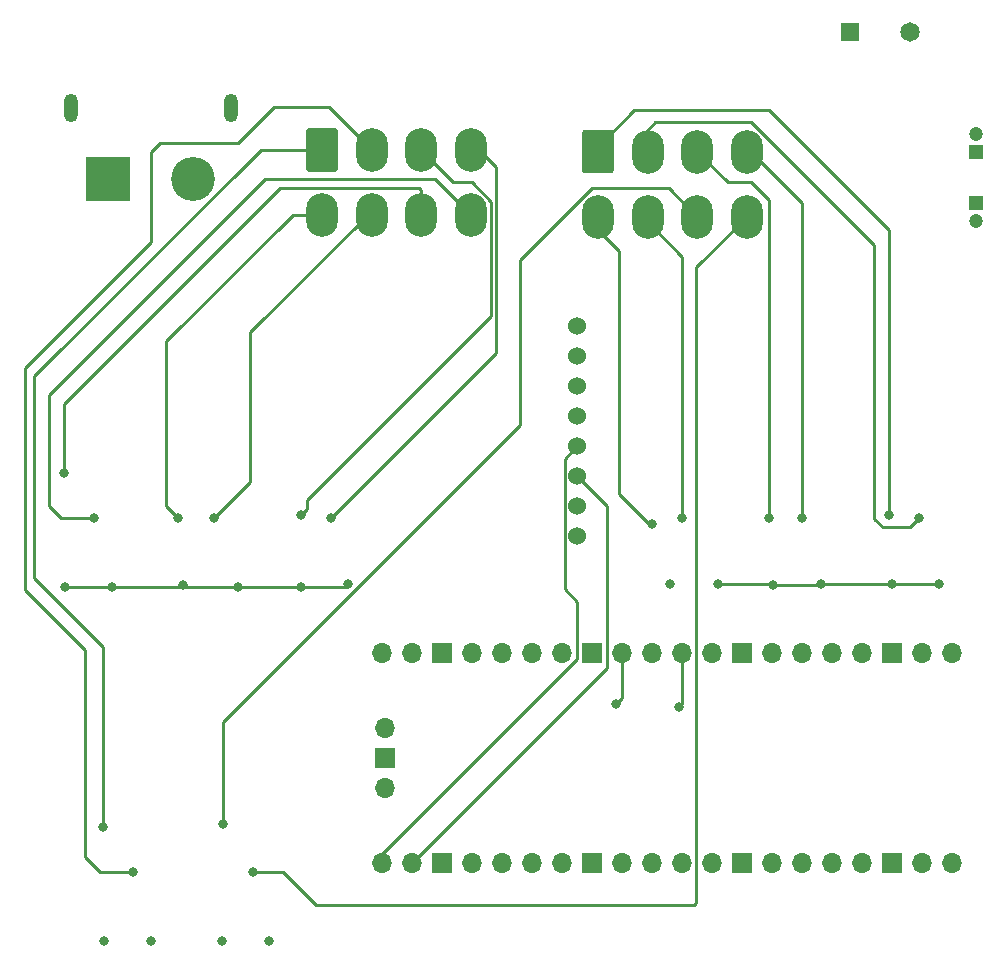
<source format=gbr>
%TF.GenerationSoftware,KiCad,Pcbnew,(5.1.10-1-10_14)*%
%TF.CreationDate,2021-10-18T16:54:11-04:00*%
%TF.ProjectId,ISAAC,49534141-432e-46b6-9963-61645f706362,rev?*%
%TF.SameCoordinates,Original*%
%TF.FileFunction,Copper,L2,Bot*%
%TF.FilePolarity,Positive*%
%FSLAX46Y46*%
G04 Gerber Fmt 4.6, Leading zero omitted, Abs format (unit mm)*
G04 Created by KiCad (PCBNEW (5.1.10-1-10_14)) date 2021-10-18 16:54:11*
%MOMM*%
%LPD*%
G01*
G04 APERTURE LIST*
%TA.AperFunction,ComponentPad*%
%ADD10C,1.200000*%
%TD*%
%TA.AperFunction,ComponentPad*%
%ADD11R,1.200000X1.200000*%
%TD*%
%TA.AperFunction,ComponentPad*%
%ADD12O,1.700000X1.700000*%
%TD*%
%TA.AperFunction,ComponentPad*%
%ADD13R,1.700000X1.700000*%
%TD*%
%TA.AperFunction,ComponentPad*%
%ADD14C,1.524000*%
%TD*%
%TA.AperFunction,ComponentPad*%
%ADD15O,1.200000X2.400000*%
%TD*%
%TA.AperFunction,ComponentPad*%
%ADD16C,3.716000*%
%TD*%
%TA.AperFunction,ComponentPad*%
%ADD17R,3.716000X3.716000*%
%TD*%
%TA.AperFunction,ComponentPad*%
%ADD18C,1.650000*%
%TD*%
%TA.AperFunction,ComponentPad*%
%ADD19R,1.650000X1.650000*%
%TD*%
%TA.AperFunction,ComponentPad*%
%ADD20O,2.700000X3.700000*%
%TD*%
%TA.AperFunction,ViaPad*%
%ADD21C,0.800000*%
%TD*%
%TA.AperFunction,Conductor*%
%ADD22C,0.250000*%
%TD*%
G04 APERTURE END LIST*
D10*
%TO.P,C2,2*%
%TO.N,GND*%
X155194000Y-58190000D03*
D11*
%TO.P,C2,1*%
%TO.N,VCC*%
X155194000Y-59690000D03*
%TD*%
D10*
%TO.P,C1,2*%
%TO.N,GND*%
X155194000Y-65508000D03*
D11*
%TO.P,C1,1*%
%TO.N,+3.3VA*%
X155194000Y-64008000D03*
%TD*%
D12*
%TO.P,e1,43*%
%TO.N,Net-(e1-Pad43)*%
X105132000Y-113538000D03*
D13*
%TO.P,e1,42*%
%TO.N,Net-(e1-Pad42)*%
X105132000Y-110998000D03*
D12*
%TO.P,e1,41*%
%TO.N,Net-(e1-Pad41)*%
X105132000Y-108458000D03*
%TO.P,e1,40*%
%TO.N,Net-(e1-Pad40)*%
X153162000Y-119888000D03*
%TO.P,e1,39*%
%TO.N,+3.3VA*%
X150622000Y-119888000D03*
D13*
%TO.P,e1,38*%
%TO.N,GND*%
X148082000Y-119888000D03*
D12*
%TO.P,e1,37*%
%TO.N,Net-(e1-Pad37)*%
X145542000Y-119888000D03*
%TO.P,e1,36*%
%TO.N,+3V3*%
X143002000Y-119888000D03*
%TO.P,e1,35*%
%TO.N,Net-(e1-Pad35)*%
X140462000Y-119888000D03*
%TO.P,e1,34*%
%TO.N,Net-(e1-Pad34)*%
X137922000Y-119888000D03*
D13*
%TO.P,e1,33*%
%TO.N,Net-(e1-Pad33)*%
X135382000Y-119888000D03*
D12*
%TO.P,e1,32*%
%TO.N,Net-(e1-Pad32)*%
X132842000Y-119888000D03*
%TO.P,e1,31*%
%TO.N,Net-(e1-Pad31)*%
X130302000Y-119888000D03*
%TO.P,e1,30*%
%TO.N,Net-(e1-Pad30)*%
X127762000Y-119888000D03*
%TO.P,e1,29*%
%TO.N,Net-(e1-Pad29)*%
X125222000Y-119888000D03*
D13*
%TO.P,e1,28*%
%TO.N,Net-(e1-Pad28)*%
X122682000Y-119888000D03*
D12*
%TO.P,e1,27*%
%TO.N,Net-(e1-Pad27)*%
X120142000Y-119888000D03*
%TO.P,e1,26*%
%TO.N,Net-(e1-Pad26)*%
X117602000Y-119888000D03*
%TO.P,e1,25*%
%TO.N,Net-(e1-Pad25)*%
X115062000Y-119888000D03*
%TO.P,e1,24*%
%TO.N,Net-(e1-Pad24)*%
X112522000Y-119888000D03*
D13*
%TO.P,e1,23*%
%TO.N,Net-(e1-Pad23)*%
X109982000Y-119888000D03*
D12*
%TO.P,e1,22*%
%TO.N,MPU_SCL*%
X107442000Y-119888000D03*
%TO.P,e1,21*%
%TO.N,MPU_SDA*%
X104902000Y-119888000D03*
%TO.P,e1,20*%
%TO.N,GATE16*%
X104902000Y-102108000D03*
%TO.P,e1,19*%
%TO.N,GATE15*%
X107442000Y-102108000D03*
D13*
%TO.P,e1,18*%
%TO.N,Net-(e1-Pad18)*%
X109982000Y-102108000D03*
D12*
%TO.P,e1,17*%
%TO.N,GATE14*%
X112522000Y-102108000D03*
%TO.P,e1,16*%
%TO.N,GATE13*%
X115062000Y-102108000D03*
%TO.P,e1,15*%
%TO.N,GATE12*%
X117602000Y-102108000D03*
%TO.P,e1,14*%
%TO.N,GATE11*%
X120142000Y-102108000D03*
D13*
%TO.P,e1,13*%
%TO.N,Net-(e1-Pad13)*%
X122682000Y-102108000D03*
D12*
%TO.P,e1,12*%
%TO.N,GATE10*%
X125222000Y-102108000D03*
%TO.P,e1,11*%
%TO.N,GATE9*%
X127762000Y-102108000D03*
%TO.P,e1,10*%
%TO.N,GATE8*%
X130302000Y-102108000D03*
%TO.P,e1,9*%
%TO.N,GATE7*%
X132842000Y-102108000D03*
D13*
%TO.P,e1,8*%
%TO.N,Net-(e1-Pad8)*%
X135382000Y-102108000D03*
D12*
%TO.P,e1,7*%
%TO.N,GATE6*%
X137922000Y-102108000D03*
%TO.P,e1,6*%
%TO.N,GATE5*%
X140462000Y-102108000D03*
%TO.P,e1,5*%
%TO.N,GATE4*%
X143002000Y-102108000D03*
%TO.P,e1,4*%
%TO.N,GATE3*%
X145542000Y-102108000D03*
D13*
%TO.P,e1,3*%
%TO.N,Net-(e1-Pad3)*%
X148082000Y-102108000D03*
D12*
%TO.P,e1,2*%
%TO.N,GATE2*%
X150622000Y-102108000D03*
%TO.P,e1,1*%
%TO.N,GATE1*%
X153162000Y-102108000D03*
%TD*%
D14*
%TO.P,U6,8*%
%TO.N,Net-(U6-Pad8)*%
X121412000Y-74422000D03*
%TO.P,U6,7*%
%TO.N,Net-(U6-Pad7)*%
X121412000Y-76962000D03*
%TO.P,U6,6*%
%TO.N,Net-(U6-Pad6)*%
X121412000Y-79502000D03*
%TO.P,U6,5*%
%TO.N,Net-(U6-Pad5)*%
X121412000Y-82042000D03*
%TO.P,U6,4*%
%TO.N,MPU_SDA*%
X121412000Y-84582000D03*
%TO.P,U6,3*%
%TO.N,MPU_SCL*%
X121412000Y-87122000D03*
%TO.P,U6,2*%
%TO.N,GND*%
X121412000Y-89662000D03*
%TO.P,U6,1*%
%TO.N,+3V3*%
X121412000Y-92202000D03*
%TD*%
D15*
%TO.P,J4,S2*%
%TO.N,N/C*%
X92043200Y-55981600D03*
%TO.P,J4,S1*%
X78543200Y-55981600D03*
D16*
%TO.P,J4,2*%
%TO.N,GND*%
X88893200Y-61981600D03*
D17*
%TO.P,J4,1*%
%TO.N,VCC*%
X81693200Y-61981600D03*
%TD*%
D18*
%TO.P,J3,2*%
%TO.N,VCC*%
X149606000Y-49530000D03*
D19*
%TO.P,J3,1*%
X144526000Y-49530000D03*
%TD*%
D20*
%TO.P,J2,8*%
%TO.N,SOL8*%
X135746600Y-65139200D03*
%TO.P,J2,7*%
%TO.N,SOL7*%
X131546600Y-65139200D03*
%TO.P,J2,6*%
%TO.N,SOL6*%
X127346600Y-65139200D03*
%TO.P,J2,5*%
%TO.N,SOL5*%
X123146600Y-65139200D03*
%TO.P,J2,4*%
%TO.N,SOL4*%
X135746600Y-59639200D03*
%TO.P,J2,3*%
%TO.N,SOL3*%
X131546600Y-59639200D03*
%TO.P,J2,2*%
%TO.N,SOL2*%
X127346600Y-59639200D03*
%TO.P,J2,1*%
%TO.N,SOL1*%
%TA.AperFunction,ComponentPad*%
G36*
G01*
X121796600Y-61239199D02*
X121796600Y-58039201D01*
G75*
G02*
X122046601Y-57789200I250001J0D01*
G01*
X124246599Y-57789200D01*
G75*
G02*
X124496600Y-58039201I0J-250001D01*
G01*
X124496600Y-61239199D01*
G75*
G02*
X124246599Y-61489200I-250001J0D01*
G01*
X122046601Y-61489200D01*
G75*
G02*
X121796600Y-61239199I0J250001D01*
G01*
G37*
%TD.AperFunction*%
%TD*%
%TO.P,J1,8*%
%TO.N,SOL16*%
X112378600Y-65012200D03*
%TO.P,J1,7*%
%TO.N,SOL15*%
X108178600Y-65012200D03*
%TO.P,J1,6*%
%TO.N,SOL14*%
X103978600Y-65012200D03*
%TO.P,J1,5*%
%TO.N,SOL13*%
X99778600Y-65012200D03*
%TO.P,J1,4*%
%TO.N,SOL12*%
X112378600Y-59512200D03*
%TO.P,J1,3*%
%TO.N,SOL11*%
X108178600Y-59512200D03*
%TO.P,J1,2*%
%TO.N,SOL10*%
X103978600Y-59512200D03*
%TO.P,J1,1*%
%TO.N,SOL9*%
%TA.AperFunction,ComponentPad*%
G36*
G01*
X98428600Y-61112199D02*
X98428600Y-57912201D01*
G75*
G02*
X98678601Y-57662200I250001J0D01*
G01*
X100878599Y-57662200D01*
G75*
G02*
X101128600Y-57912201I0J-250001D01*
G01*
X101128600Y-61112199D01*
G75*
G02*
X100878599Y-61362200I-250001J0D01*
G01*
X98678601Y-61362200D01*
G75*
G02*
X98428600Y-61112199I0J250001D01*
G01*
G37*
%TD.AperFunction*%
%TD*%
D21*
%TO.N,SOL16*%
X80518000Y-90678000D03*
%TO.N,SOL15*%
X77978000Y-86868000D03*
%TO.N,SOL14*%
X90678000Y-90678000D03*
%TO.N,SOL13*%
X87630000Y-90678000D03*
%TO.N,SOL12*%
X100584000Y-90678000D03*
%TO.N,SOL11*%
X98044000Y-90424000D03*
%TO.N,SOL10*%
X83820000Y-120650000D03*
%TO.N,SOL9*%
X81280000Y-116840000D03*
%TO.N,SOL8*%
X93980000Y-120650000D03*
%TO.N,SOL7*%
X91440000Y-116586000D03*
%TO.N,SOL6*%
X130302000Y-90678000D03*
%TO.N,SOL5*%
X127762000Y-91186000D03*
%TO.N,SOL4*%
X140462000Y-90678000D03*
%TO.N,SOL3*%
X137668000Y-90678000D03*
%TO.N,SOL1*%
X147828000Y-90424000D03*
%TO.N,GND*%
X152000000Y-96266000D03*
X148000000Y-96266000D03*
X142000000Y-96280000D03*
X138000000Y-96344000D03*
X133350000Y-96266000D03*
X129286000Y-96266000D03*
X98000000Y-96476000D03*
X102000000Y-96266000D03*
X92710000Y-96520000D03*
X82000000Y-96478000D03*
X78000000Y-96498000D03*
X95330000Y-126492000D03*
X91330000Y-126492000D03*
X85330000Y-126478000D03*
X81330000Y-126492000D03*
X88000000Y-96302990D03*
%TO.N,GATE8*%
X130048000Y-106680000D03*
%TO.N,GATE10*%
X124714000Y-106426000D03*
%TO.N,SOL2*%
X150368000Y-90678000D03*
%TD*%
D22*
%TO.N,SOL16*%
X112378600Y-65012200D02*
X109342400Y-61976000D01*
X109342400Y-61976000D02*
X94996000Y-61976000D01*
X94996000Y-61976000D02*
X76708000Y-80264000D01*
X76708000Y-80264000D02*
X76708000Y-89662000D01*
X76708000Y-89662000D02*
X77724000Y-90678000D01*
X77724000Y-90678000D02*
X80518000Y-90678000D01*
X80518000Y-90678000D02*
X80518000Y-90678000D01*
%TO.N,SOL15*%
X77978000Y-86868000D02*
X77978000Y-87122000D01*
X77978000Y-81026000D02*
X77978000Y-86868000D01*
X108004400Y-62738000D02*
X96266000Y-62738000D01*
X96266000Y-62738000D02*
X77978000Y-81026000D01*
X108178600Y-62912200D02*
X108004400Y-62738000D01*
X108178600Y-65012200D02*
X108178600Y-62912200D01*
%TO.N,SOL14*%
X93726000Y-87630000D02*
X90678000Y-90678000D01*
X93726000Y-74930000D02*
X93726000Y-87630000D01*
X103643800Y-65012200D02*
X93726000Y-74930000D01*
X103978600Y-65012200D02*
X103643800Y-65012200D01*
X90678000Y-90678000D02*
X90678000Y-90678000D01*
%TO.N,SOL13*%
X97293800Y-65012200D02*
X86614000Y-75692000D01*
X99778600Y-65012200D02*
X97293800Y-65012200D01*
X86614000Y-75692000D02*
X86614000Y-89662000D01*
X86614000Y-89662000D02*
X87630000Y-90678000D01*
X87630000Y-90678000D02*
X87630000Y-90678000D01*
%TO.N,SOL12*%
X100584000Y-90678000D02*
X100584000Y-90678000D01*
X114554000Y-76708000D02*
X100584000Y-90678000D01*
X113106200Y-59512200D02*
X114554000Y-60960000D01*
X114554000Y-60960000D02*
X114554000Y-76708000D01*
X112378600Y-59512200D02*
X113106200Y-59512200D01*
%TO.N,SOL11*%
X98552000Y-89916000D02*
X98044000Y-90424000D01*
X98552000Y-89154000D02*
X98552000Y-89916000D01*
X114103990Y-73602010D02*
X98552000Y-89154000D01*
X114103990Y-63868769D02*
X114103990Y-73602010D01*
X112465221Y-62230000D02*
X114103990Y-63868769D01*
X110896400Y-62230000D02*
X112465221Y-62230000D01*
X108178600Y-59512200D02*
X110896400Y-62230000D01*
X98044000Y-90424000D02*
X98044000Y-90424000D01*
%TO.N,SOL10*%
X103978600Y-59512200D02*
X103978600Y-59343400D01*
X81026000Y-120650000D02*
X83820000Y-120650000D01*
X79756000Y-119380000D02*
X81026000Y-120650000D01*
X79756000Y-101854000D02*
X79756000Y-119380000D01*
X74676000Y-77978000D02*
X74676000Y-96774000D01*
X92710000Y-58928000D02*
X86106000Y-58928000D01*
X95758000Y-55880000D02*
X92710000Y-58928000D01*
X85344000Y-67310000D02*
X74676000Y-77978000D01*
X86106000Y-58928000D02*
X85344000Y-59690000D01*
X85344000Y-59690000D02*
X85344000Y-67310000D01*
X74676000Y-96774000D02*
X79756000Y-101854000D01*
X100346400Y-55880000D02*
X95758000Y-55880000D01*
X103978600Y-59512200D02*
X100346400Y-55880000D01*
X83820000Y-120650000D02*
X83820000Y-120650000D01*
%TO.N,SOL9*%
X94593442Y-59512200D02*
X75438000Y-78667642D01*
X99778600Y-59512200D02*
X94593442Y-59512200D01*
X75438000Y-78667642D02*
X75438000Y-95758000D01*
X75438000Y-95758000D02*
X81280000Y-101600000D01*
X81280000Y-101600000D02*
X81280000Y-116840000D01*
X81280000Y-116840000D02*
X81280000Y-116840000D01*
%TO.N,SOL8*%
X131477001Y-69408799D02*
X131477001Y-123284999D01*
X135746600Y-65139200D02*
X131477001Y-69408799D01*
X131477001Y-123284999D02*
X131318000Y-123444000D01*
X131318000Y-123444000D02*
X99314000Y-123444000D01*
X99314000Y-123444000D02*
X96520000Y-120650000D01*
X96520000Y-120650000D02*
X93980000Y-120650000D01*
X93980000Y-120650000D02*
X93980000Y-120650000D01*
%TO.N,SOL7*%
X131546600Y-65139200D02*
X129145400Y-62738000D01*
X122678979Y-62738000D02*
X116586000Y-68830979D01*
X129145400Y-62738000D02*
X122678979Y-62738000D01*
X116586000Y-82753002D02*
X91440000Y-107899002D01*
X116586000Y-68830979D02*
X116586000Y-82753002D01*
X91440000Y-107899002D02*
X91440000Y-116586000D01*
X91440000Y-116586000D02*
X91440000Y-116586000D01*
%TO.N,SOL6*%
X127346600Y-65139200D02*
X127346600Y-65624600D01*
X127346600Y-65624600D02*
X130302000Y-68580000D01*
X130302000Y-68580000D02*
X130302000Y-90678000D01*
X130302000Y-90678000D02*
X130302000Y-90678000D01*
%TO.N,SOL5*%
X124968000Y-88646000D02*
X127508000Y-91186000D01*
X124968000Y-68072000D02*
X124968000Y-88646000D01*
X123146600Y-66250600D02*
X124968000Y-68072000D01*
X127508000Y-91186000D02*
X127762000Y-91186000D01*
X123146600Y-65139200D02*
X123146600Y-66250600D01*
X127762000Y-91186000D02*
X127762000Y-91186000D01*
%TO.N,SOL4*%
X135746600Y-59639200D02*
X136093200Y-59639200D01*
X136093200Y-59639200D02*
X140462000Y-64008000D01*
X140462000Y-64008000D02*
X140462000Y-90678000D01*
X140462000Y-90678000D02*
X140462000Y-90678000D01*
%TO.N,SOL3*%
X137668000Y-90678000D02*
X137668000Y-90678000D01*
X137668000Y-72644000D02*
X137668000Y-90678000D01*
X137668000Y-63754000D02*
X137668000Y-72644000D01*
X136144000Y-62230000D02*
X137668000Y-63754000D01*
X134137400Y-62230000D02*
X136144000Y-62230000D01*
X131546600Y-59639200D02*
X134137400Y-62230000D01*
%TO.N,SOL1*%
X147828000Y-90424000D02*
X147828000Y-90424000D01*
X147828000Y-66294000D02*
X147828000Y-90424000D01*
X126238000Y-56134000D02*
X137668000Y-56134000D01*
X137668000Y-56134000D02*
X147828000Y-66294000D01*
X123146600Y-59225400D02*
X126238000Y-56134000D01*
X123146600Y-59639200D02*
X123146600Y-59225400D01*
%TO.N,GND*%
X81980000Y-96498000D02*
X82000000Y-96478000D01*
X78000000Y-96498000D02*
X81980000Y-96498000D01*
X97956000Y-96520000D02*
X98000000Y-96476000D01*
X92710000Y-96520000D02*
X97956000Y-96520000D01*
X101790000Y-96476000D02*
X102000000Y-96266000D01*
X98000000Y-96476000D02*
X101790000Y-96476000D01*
X137922000Y-96266000D02*
X138000000Y-96344000D01*
X133350000Y-96266000D02*
X137922000Y-96266000D01*
X141936000Y-96344000D02*
X142000000Y-96280000D01*
X138000000Y-96344000D02*
X141936000Y-96344000D01*
X147986000Y-96280000D02*
X148000000Y-96266000D01*
X142000000Y-96280000D02*
X147986000Y-96280000D01*
X148000000Y-96266000D02*
X152000000Y-96266000D01*
X92710000Y-96520000D02*
X88217010Y-96520000D01*
X82000000Y-96478000D02*
X87824990Y-96478000D01*
X87824990Y-96478000D02*
X88000000Y-96302990D01*
X88217010Y-96520000D02*
X88000000Y-96302990D01*
%TO.N,GATE8*%
X130302000Y-106426000D02*
X130048000Y-106680000D01*
X130302000Y-102108000D02*
X130302000Y-106426000D01*
%TO.N,GATE10*%
X125222000Y-105918000D02*
X124714000Y-106426000D01*
X125222000Y-102108000D02*
X125222000Y-105918000D01*
%TO.N,MPU_SDA*%
X120324999Y-85669001D02*
X120324999Y-96702999D01*
X121412000Y-84582000D02*
X120324999Y-85669001D01*
X120324999Y-96702999D02*
X121412000Y-97790000D01*
X104902000Y-119087002D02*
X104902000Y-119888000D01*
X121412000Y-102577002D02*
X104902000Y-119087002D01*
X121412000Y-97790000D02*
X121412000Y-102577002D01*
%TO.N,MPU_SCL*%
X123952000Y-103378000D02*
X122936000Y-104394000D01*
X123952000Y-89662000D02*
X123952000Y-103378000D01*
X122936000Y-104394000D02*
X107442000Y-119888000D01*
X121412000Y-87122000D02*
X123952000Y-89662000D01*
%TO.N,SOL2*%
X150368000Y-90678000D02*
X150368000Y-90678000D01*
X149606000Y-91440000D02*
X150368000Y-90678000D01*
X147291499Y-91440000D02*
X149606000Y-91440000D01*
X146558000Y-90706501D02*
X147291499Y-91440000D01*
X136126221Y-57150000D02*
X146558000Y-67581779D01*
X128016000Y-57150000D02*
X136126221Y-57150000D01*
X127346600Y-57819400D02*
X128016000Y-57150000D01*
X146558000Y-67581779D02*
X146558000Y-90706501D01*
X127346600Y-59639200D02*
X127346600Y-57819400D01*
%TD*%
M02*

</source>
